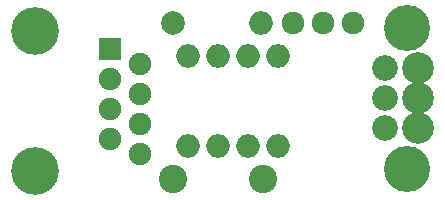
<source format=gts>
G04 #@! TF.FileFunction,Soldermask,Top*
%FSLAX46Y46*%
G04 Gerber Fmt 4.6, Leading zero omitted, Abs format (unit mm)*
G04 Created by KiCad (PCBNEW 4.0.6) date Tue May 23 23:01:42 2017*
%MOMM*%
%LPD*%
G01*
G04 APERTURE LIST*
%ADD10C,0.100000*%
%ADD11C,3.900000*%
%ADD12O,2.000000X2.000000*%
%ADD13C,4.049980*%
%ADD14R,1.901140X1.901140*%
%ADD15C,1.901140*%
%ADD16C,2.398980*%
%ADD17C,1.924000*%
%ADD18C,2.000000*%
%ADD19C,2.178000*%
%ADD20C,2.686000*%
G04 APERTURE END LIST*
D10*
D11*
X60750000Y-142926000D03*
D12*
X42164000Y-140970000D03*
X44704000Y-140970000D03*
X47244000Y-140970000D03*
X49784000Y-140970000D03*
X49784000Y-133350000D03*
X47244000Y-133350000D03*
X44704000Y-133350000D03*
X42164000Y-133350000D03*
D13*
X29210000Y-143098520D03*
X29210000Y-131229100D03*
D14*
X35560000Y-132715000D03*
D15*
X38100000Y-133985000D03*
X35560000Y-135255000D03*
X38100000Y-136525000D03*
X35560000Y-137795000D03*
X38100000Y-139065000D03*
X35560000Y-140335000D03*
X38100000Y-141605000D03*
D16*
X40894000Y-143764000D03*
X48514000Y-143764000D03*
D17*
X51054000Y-130556000D03*
X53594000Y-130556000D03*
X56134000Y-130556000D03*
D18*
X40894000Y-130556000D03*
D12*
X48394000Y-130556000D03*
D19*
X58896000Y-134366000D03*
X58896000Y-136906000D03*
X58896000Y-139446000D03*
D20*
X61706000Y-134366000D03*
X61706000Y-136906000D03*
X61706000Y-139446000D03*
D11*
X60750000Y-130950000D03*
M02*

</source>
